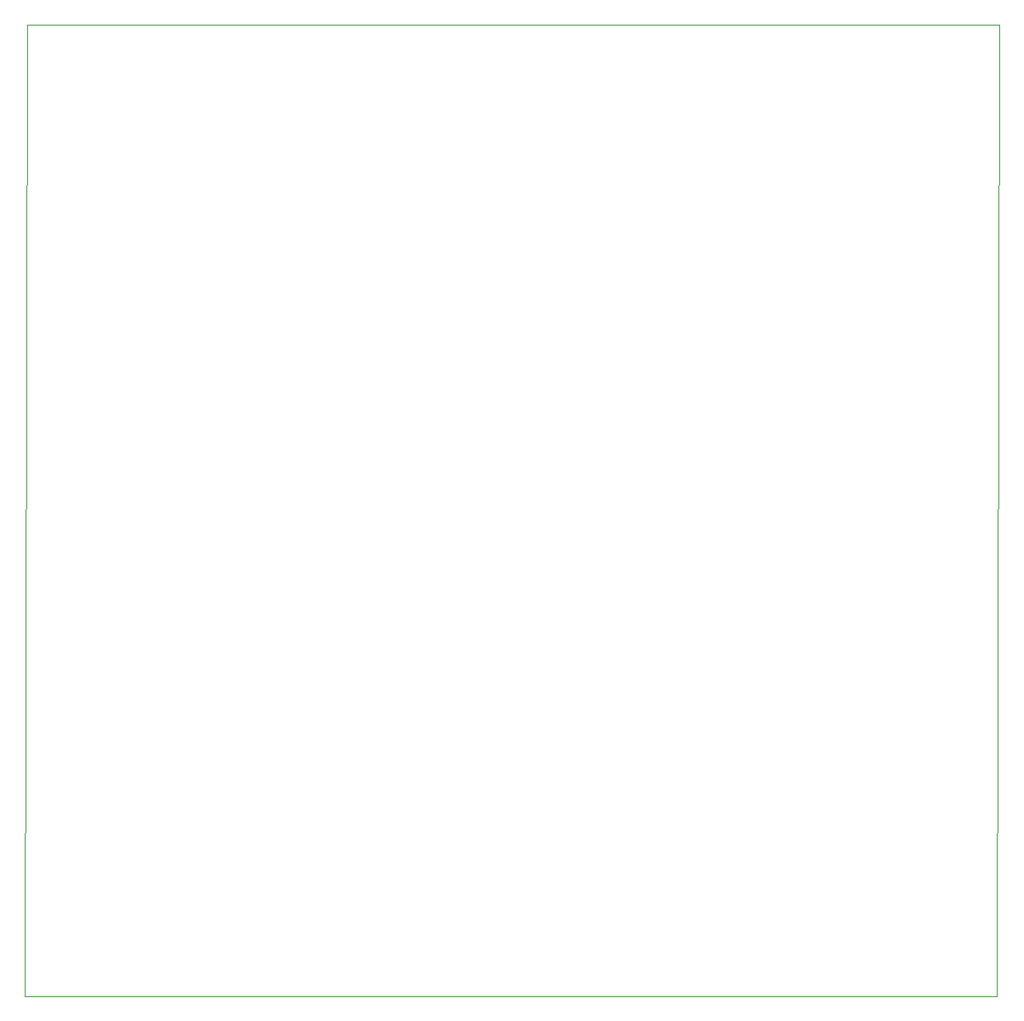
<source format=gbr>
%TF.GenerationSoftware,KiCad,Pcbnew,(5.1.7)-1*%
%TF.CreationDate,2021-06-19T19:49:31+01:00*%
%TF.ProjectId,PistormTester,50697374-6f72-46d5-9465-737465722e6b,rev?*%
%TF.SameCoordinates,Original*%
%TF.FileFunction,Profile,NP*%
%FSLAX46Y46*%
G04 Gerber Fmt 4.6, Leading zero omitted, Abs format (unit mm)*
G04 Created by KiCad (PCBNEW (5.1.7)-1) date 2021-06-19 19:49:31*
%MOMM*%
%LPD*%
G01*
G04 APERTURE LIST*
%TA.AperFunction,Profile*%
%ADD10C,0.100000*%
%TD*%
G04 APERTURE END LIST*
D10*
X184658000Y-56515000D02*
X184404000Y-156337000D01*
X84836000Y-56515000D02*
X184658000Y-56515000D01*
X84582000Y-156337000D02*
X84836000Y-56515000D01*
X184404000Y-156337000D02*
X84582000Y-156337000D01*
M02*

</source>
